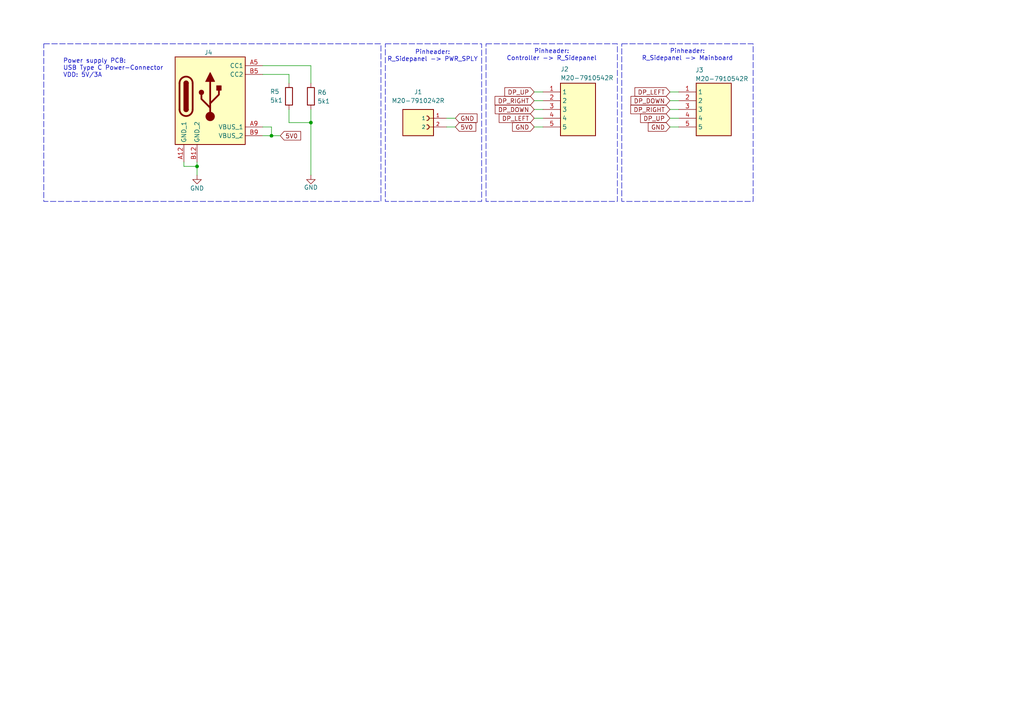
<source format=kicad_sch>
(kicad_sch (version 20250114) (generator "eeschema") (generator_version "9.0")
  (paper "A4")
  (lib_symbols
    (symbol "Device:R" (pin_numbers (hide yes)) (pin_names (offset 0))
      (property "Reference" "R" (at 2.032 0 90))
      (property "Value" "R" (at 0 0 90))
      (symbol "R_0_1"
        (rectangle (start -1.016 -2.54) (end 1.016 2.54) (stroke (width 0.254)))
      )
      (symbol "R_1_1"
        (pin passive line (at 0 3.81 270) (length 1.27) (name "~") (number "1"))
        (pin passive line (at 0 -3.81 90) (length 1.27) (name "~") (number "2"))
      )
    )
    (symbol "GND_4" (power) (pin_numbers (hide yes)) (pin_names (offset 0) (hide yes))
      (property "Value" "GND" (at 0 -3.81 0))
      (symbol "GND_4_0_1"
        (polyline (pts (xy 0 0) (xy 0 -1.27) (xy 1.27 -1.27) (xy 0 -2.54) (xy -1.27 -1.27) (xy 0 -1.27)))
      )
      (symbol "GND_4_1_1"
        (pin power_in line (at 0 0 270) (length 0) (name "~") (number "1"))
      )
    )
    (symbol "MiniArcade_Right_Side_Panel:M20-7910242R" (pin_names (offset 1.016))
      (property "Reference" "J" (at -5.08 5.842 0))
      (property "Value" "M20-7910242R" (at -5.08 -5.08 0))
      (symbol "M20-7910242R_0_0"
        (rectangle (start -5.08 -2.54) (end 3.81 5.08) (stroke (width 0.254)) (fill (type background)))
        (arc (start 1.905 3.175) (mid 2.5372 2.54) (end 1.905 1.905) (stroke (width 0.254)))
        (arc (start 1.905 0.635) (mid 2.5372 0) (end 1.905 -0.635) (stroke (width 0.254)))
        (pin passive line (at 7.62 2.54 180) (length 5.08) (name "1") (number "1"))
        (pin passive line (at 7.62 0 180) (length 5.08) (name "2") (number "2"))
      )
    )
    (symbol "MiniArcade_Right_Side_Panel:M20-7910542R"
      (property "Reference" "J" (at 16.51 7.62 0))
      (property "Value" "M20-7910542R" (at 16.51 5.08 0))
      (symbol "M20-7910542R_1_1"
        (rectangle (start 5.08 2.54) (end 15.24 -12.7) (stroke (width 0.254)) (fill (type background)))
        (pin passive line (at 0 0 0) (length 5.08) (name "1") (number "1"))
        (pin passive line (at 0 -2.54 0) (length 5.08) (name "2") (number "2"))
        (pin passive line (at 0 -5.08 0) (length 5.08) (name "3") (number "3"))
        (pin passive line (at 0 -7.62 0) (length 5.08) (name "4") (number "4"))
        (pin passive line (at 0 -10.16 0) (length 5.08) (name "5") (number "5"))
      )
    )
    (symbol "MiniArcade_Right_Side_Panel:USB_C_PWR_CONN"
      (property "Reference" "J" (at 0 0 0))
      (symbol "USB_C_PWR_CONN_0_1"
        (rectangle (start -8.89 -2.54) (end 11.43 -27.94) (stroke (width 0.254)) (fill (type background)))
        (polyline (pts (xy -7.62 -17.78) (xy -7.62 -10.16)) (stroke (width 0.508)))
        (rectangle (start -6.35 -17.78) (end -5.08 -10.16) (stroke (width 0.254)) (fill (type outline)))
        (arc (start -6.35 -10.16) (mid -5.715 -9.5277) (end -5.08 -10.16) (stroke (width 0.254)))
        (arc (start -6.35 -10.16) (mid -5.715 -9.5277) (end -5.08 -10.16) (stroke (width 0.254)) (fill (type outline)))
        (arc (start -7.62 -10.16) (mid -5.715 -8.2633) (end -3.81 -10.16) (stroke (width 0.508)))
        (arc (start -3.81 -17.78) (mid -5.715 -19.6767) (end -7.62 -17.78) (stroke (width 0.508)))
        (arc (start -5.08 -17.78) (mid -5.715 -18.4123) (end -6.35 -17.78) (stroke (width 0.254)))
        (arc (start -5.08 -17.78) (mid -5.715 -18.4123) (end -6.35 -17.78) (stroke (width 0.254)) (fill (type outline)))
        (polyline (pts (xy -3.81 -10.16) (xy -3.81 -17.78)) (stroke (width 0.508)))
        (circle (center -1.27 -12.827) (radius 0.635) (stroke (width 0.254)) (fill (type outline)))
        (polyline (pts (xy 0 -9.652) (xy 1.27 -7.112) (xy 2.54 -9.652) (xy 0 -9.652)) (stroke (width 0.254)) (fill (type outline)))
        (polyline (pts (xy 1.27 -16.002) (xy 3.81 -13.462) (xy 3.81 -12.192)) (stroke (width 0.508)))
        (polyline (pts (xy 1.27 -17.272) (xy -1.27 -14.732) (xy -1.27 -13.462)) (stroke (width 0.508)))
        (polyline (pts (xy 1.27 -19.812) (xy 1.27 -9.652)) (stroke (width 0.508)))
        (circle (center 1.27 -19.812) (radius 1.27) (fill (type outline)))
        (rectangle (start 3.175 -12.192) (end 4.445 -10.922) (stroke (width 0.254)) (fill (type outline)))
      )
      (symbol "USB_C_PWR_CONN_1_1"
        (pin passive line (at -6.35 -33.02 90) (length 5.08) (name "GND_1") (number "A12"))
        (pin passive line (at -2.54 -33.02 90) (length 5.08) (name "GND_2") (number "B12"))
        (pin bidirectional line (at 16.51 -5.08 180) (length 5.08) (name "CC1") (number "A5"))
        (pin bidirectional line (at 16.51 -7.62 180) (length 5.08) (name "CC2") (number "B5"))
        (pin passive line (at 16.51 -22.86 180) (length 5.08) (name "VBUS_1") (number "A9"))
        (pin passive line (at 16.51 -25.4 180) (length 5.08) (name "VBUS_2") (number "B9"))
      )
    )
    (symbol "power:GND" (power) (pin_names (offset 0))
      (property "Value" "GND" (at 0 -3.81 0))
      (symbol "GND_0_1"
        (polyline (pts (xy 0 0) (xy 0 -1.27) (xy 1.27 -1.27) (xy 0 -2.54) (xy -1.27 -1.27) (xy 0 -1.27)))
      )
      (symbol "GND_1_1"
        (pin power_in line (at 0 0 270) (length 0) (hide yes) (name "GND") (number "1"))
      )
    )
  )
  (rectangle (start 111.76 12.7) (end 139.7 58.42) (stroke (width 0) (type dash)))
  (rectangle (start 180.34 12.7) (end 218.44 58.42) (stroke (width 0) (type dash)))
  (rectangle (start 140.97 12.7) (end 179.07 58.42) (stroke (width 0) (type dash)))
  (rectangle (start 12.7 12.7) (end 110.49 58.42) (stroke (width 0) (type dash)))
  (text "Pinheader:\nR_Sidepanel -> Mainboard\n\n\n" (at 199.39 18.034 0) (effects (font (size 1.27 1.27))))
  (text "Power supply PCB:\nUSB Type C Power-Connector\nVDD: 5V/3A" (at 18.288 22.606 0) (effects (font (size 1.27 1.27)) (justify left bottom)))
  (text "Pinheader:\nController -> R_Sidepanel\n\n" (at 160.02 17.018 0) (effects (font (size 1.27 1.27))))
  (text "Pinheader:\nR_Sidepanel -> PWR_SPLY\n\n" (at 125.476 17.272 0) (effects (font (size 1.27 1.27))))
  (junction (at 78.74 39.37))
  (junction (at 57.15 48.26))
  (junction (at 90.17 35.56))
  (wire (pts (xy 90.17 19.05) (xy 90.17 24.13)))
  (wire (pts (xy 53.34 46.99) (xy 53.34 48.26)))
  (wire (pts (xy 194.31 26.67) (xy 196.85 26.67)))
  (wire (pts (xy 194.31 36.83) (xy 196.85 36.83)))
  (wire (pts (xy 90.17 31.75) (xy 90.17 35.56)))
  (wire (pts (xy 154.94 29.21) (xy 157.48 29.21)))
  (wire (pts (xy 76.2 21.59) (xy 83.82 21.59)))
  (wire (pts (xy 90.17 35.56) (xy 90.17 50.8)))
  (wire (pts (xy 76.2 36.83) (xy 78.74 36.83)))
  (wire (pts (xy 78.74 39.37) (xy 81.28 39.37)))
  (wire (pts (xy 194.31 31.75) (xy 196.85 31.75)))
  (wire (pts (xy 76.2 39.37) (xy 78.74 39.37)))
  (wire (pts (xy 154.94 36.83) (xy 157.48 36.83)))
  (wire (pts (xy 83.82 31.75) (xy 83.82 35.56)))
  (wire (pts (xy 154.94 34.29) (xy 157.48 34.29)))
  (wire (pts (xy 154.94 26.67) (xy 157.48 26.67)))
  (wire (pts (xy 78.74 36.83) (xy 78.74 39.37)))
  (wire (pts (xy 57.15 48.26) (xy 57.15 46.99)))
  (wire (pts (xy 129.54 36.83) (xy 132.08 36.83)))
  (wire (pts (xy 194.31 29.21) (xy 196.85 29.21)))
  (wire (pts (xy 76.2 19.05) (xy 90.17 19.05)))
  (wire (pts (xy 83.82 21.59) (xy 83.82 24.13)))
  (wire (pts (xy 129.54 34.29) (xy 132.08 34.29)))
  (wire (pts (xy 154.94 31.75) (xy 157.48 31.75)))
  (wire (pts (xy 83.82 35.56) (xy 90.17 35.56)))
  (wire (pts (xy 57.15 48.26) (xy 57.15 50.8)))
  (wire (pts (xy 53.34 48.26) (xy 57.15 48.26)))
  (wire (pts (xy 194.31 34.29) (xy 196.85 34.29)))
  (global_label "DP_DOWN" (shape input) (at 154.94 31.75 180) (property "Intersheetrefs" "${INTERSHEET_REFS}" (effects (hide yes))))
  (global_label "GND" (shape input) (at 154.94 36.83 180) (property "Intersheetrefs" "${INTERSHEET_REFS}" (effects (hide yes))))
  (global_label "DP_LEFT" (shape input) (at 154.94 34.29 180) (property "Intersheetrefs" "${INTERSHEET_REFS}" (effects (hide yes))))
  (global_label "DP_UP" (shape input) (at 154.94 26.67 180) (property "Intersheetrefs" "${INTERSHEET_REFS}" (effects (hide yes))))
  (global_label "DP_UP" (shape input) (at 194.31 34.29 180) (property "Intersheetrefs" "${INTERSHEET_REFS}" (effects (hide yes))))
  (global_label "DP_RIGHT" (shape input) (at 194.31 31.75 180) (property "Intersheetrefs" "${INTERSHEET_REFS}" (effects (hide yes))))
  (global_label "DP_DOWN" (shape input) (at 194.31 29.21 180) (property "Intersheetrefs" "${INTERSHEET_REFS}" (effects (hide yes))))
  (global_label "GND" (shape input) (at 132.08 34.29 0) (property "Intersheetrefs" "${INTERSHEET_REFS}" (effects (hide yes))))
  (global_label "DP_LEFT" (shape input) (at 194.31 26.67 180) (property "Intersheetrefs" "${INTERSHEET_REFS}" (effects (hide yes))))
  (global_label "5V0" (shape input) (at 132.08 36.83 0) (property "Intersheetrefs" "${INTERSHEET_REFS}" (effects (hide yes))))
  (global_label "5V0" (shape input) (at 81.28 39.37 0) (property "Intersheetrefs" "${INTERSHEET_REFS}" (effects (hide yes))))
  (global_label "GND" (shape input) (at 194.31 36.83 180) (property "Intersheetrefs" "${INTERSHEET_REFS}" (effects (hide yes))))
  (global_label "DP_RIGHT" (shape input) (at 154.94 29.21 180) (property "Intersheetrefs" "${INTERSHEET_REFS}" (effects (hide yes))))
  (symbol (lib_id "power:GND") (at 57.15 50.8 0) (unit 1)
    (property "Reference" "#PWR08" (effects (hide yes)))
    (property "Value" "GND" (at 57.15 54.61 0))
  )
  (symbol (lib_id "MiniArcade_Right_Side_Panel:M20-7910542R") (at 157.48 26.67 0) (unit 1)
    (property "Reference" "J2" (at 162.56 20.066 0) (effects (justify left)))
    (property "Value" "M20-7910542R" (at 162.56 22.606 0) (effects (justify left)))
    (property "Footprint" "MiniArcade_Right_Side_Panel:M207910542R" (effects (hide yes)))
    (property "Datasheet" "https://cdn.harwin.com/pdfs/M20-791R.pdf" (effects (hide yes)))
    (property "Description" "2.54mm (0.1\") Pitch SIL Horizontal SMT Socket Assembly, selective gold + tin (Tape & Reel packing), 5 contacts" (effects (hide yes)))
    (property "Height" "2.65" (effects (hide yes)))
    (property "Mouser Part Number" "855-M20-7910542R" (effects (hide yes)))
    (property "Mouser Price/Stock" "https://www.mouser.co.uk/ProductDetail/Harwin/M20-7910542R?qs=k41KVqW3ymo1Rw%252BkrmwYbQ%3D%3D" (effects (hide yes)))
    (property "Manufacturer_Name" "Harwin" (effects (hide yes)))
    (property "Manufacturer_Part_Number" "M20-7910542R" (effects (hide yes)))
  )
  (symbol (lib_id "MiniArcade_Right_Side_Panel:USB_C_PWR_CONN") (at 59.69 13.97 0) (unit 1)
    (property "Reference" "J4" (at 60.452 15.24 0))
    (property "Footprint" "MiniArcade_Right_Side_Panel:USB4125GFA" (effects (hide yes)))
  )
  (symbol (lib_id "MiniArcade_Right_Side_Panel:M20-7910242R") (at 121.92 36.83 0) (unit 1)
    (property "Reference" "J1" (at 121.285 26.67 0))
    (property "Value" "M20-7910242R" (at 121.285 29.21 0))
    (property "Footprint" "MiniArcade_Right_Side_Panel:HARWIN_M20-7910242R" (effects (hide yes)))
    (property "MF" "Harwin" (effects (hide yes)))
    (property "MAXIMUM_PACKAGE_HEIGHT" "2.65mm" (effects (hide yes)))
    (property "Package" "None" (effects (hide yes)))
    (property "Price" "None" (effects (hide yes)))
    (property "Check_prices" "https://www.snapeda.com/parts/M20-7910242R/Harwin/view-part/?ref=eda" (effects (hide yes)))
    (property "STANDARD" "Manufacturer Recommendations" (effects (hide yes)))
    (property "PARTREV" "3" (effects (hide yes)))
    (property "SnapEDA_Link" "https://www.snapeda.com/parts/M20-7910242R/Harwin/view-part/?ref=snap" (effects (hide yes)))
    (property "MP" "M20-7910242R" (effects (hide yes)))
    (property "Description_1" "2.54mm (0.1) Pitch SIL Horizontal SMT Socket Assembly, selective gold + tin (Tape & Reel packing), 2 contacts" (effects (hide yes)))
    (property "Availability" "In Stock" (effects (hide yes)))
    (property "MANUFACTURER" "Harwin" (effects (hide yes)))
  )
  (symbol (lib_id "Device:R") (at 83.82 27.94 0) (unit 1)
    (property "Reference" "R5" (at 78.3382 26.5685 0) (effects (justify left)))
    (property "Value" "5k1" (at 78.3382 29.1085 0) (effects (justify left)))
    (property "Footprint" "Resistor_SMD:R_0603_1608Metric_Pad0.98x0.95mm_HandSolder" (effects (hide yes)))
  )
  (symbol (lib_id "Device:R") (at 90.17 27.94 0) (unit 1)
    (property "Reference" "R6" (at 92.0542 26.8225 0) (effects (justify left)))
    (property "Value" "5k1" (at 92.0542 29.3625 0) (effects (justify left)))
    (property "Footprint" "Resistor_SMD:R_0603_1608Metric_Pad0.98x0.95mm_HandSolder" (effects (hide yes)))
  )
  (symbol (lib_id "MiniArcade_Right_Side_Panel:M20-7910542R") (at 196.85 26.67 0) (unit 1)
    (property "Reference" "J3" (at 201.676 20.32 0) (effects (justify left)))
    (property "Value" "M20-7910542R" (at 201.676 22.86 0) (effects (justify left)))
    (property "Footprint" "MiniArcade_Right_Side_Panel:M207910542R" (effects (hide yes)))
    (property "Datasheet" "https://cdn.harwin.com/pdfs/M20-791R.pdf" (effects (hide yes)))
    (property "Description" "2.54mm (0.1\") Pitch SIL Horizontal SMT Socket Assembly, selective gold + tin (Tape & Reel packing), 5 contacts" (effects (hide yes)))
    (property "Height" "2.65" (effects (hide yes)))
    (property "Mouser Part Number" "855-M20-7910542R" (effects (hide yes)))
    (property "Mouser Price/Stock" "https://www.mouser.co.uk/ProductDetail/Harwin/M20-7910542R?qs=k41KVqW3ymo1Rw%252BkrmwYbQ%3D%3D" (effects (hide yes)))
    (property "Manufacturer_Name" "Harwin" (effects (hide yes)))
    (property "Manufacturer_Part_Number" "M20-7910542R" (effects (hide yes)))
  )
  (symbol (lib_name "GND_4") (lib_id "power:GND") (at 90.17 50.8 0) (unit 1)
    (property "Reference" "#PWR06" (effects (hide yes)))
    (property "Value" "GND" (at 90.17 54.356 0))
    (property "Description" "Power symbol creates a global label with name \"GND\" , ground" (effects (hide yes)))
  )
)
</source>
